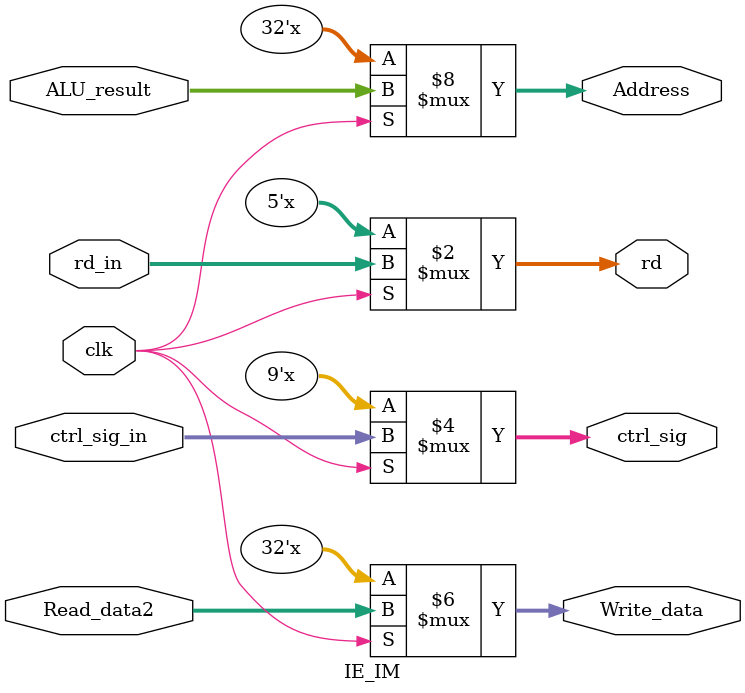
<source format=v>
`timescale 1ns / 1ps
module IE_IM(clk,ALU_result,ctrl_sig_in,rd_in,Read_data2,Address,Write_data,ctrl_sig,rd);
input clk;
input [4:0] rd_in;
input [31:0] ALU_result,Read_data2;
input [8:0] ctrl_sig_in;
output reg [8:0] ctrl_sig;
output reg [31:0] Address,Write_data;
output reg [4:0] rd;
always@(clk)
	if(clk) // at positive level triggering of clock
	begin
		Address <= ALU_result; //Result from ALU is assigned to a variable ADDRESS
		Write_data <= Read_data2; // incoming data for operand 2 is assigned to write_data variable
		ctrl_sig <= ctrl_sig_in; // input control signal is passes as it is to next stage
		rd <= rd_in;  // input destination register value is passed as it is to next stage
	end
endmodule

</source>
